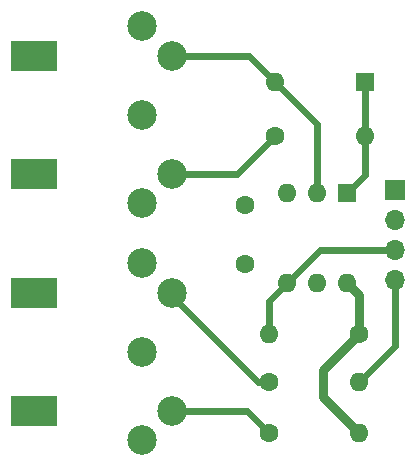
<source format=gbr>
%TF.GenerationSoftware,KiCad,Pcbnew,(6.0.5)*%
%TF.CreationDate,2022-08-17T10:56:12+01:00*%
%TF.ProjectId,MIDIModule3V3,4d494449-4d6f-4647-956c-653356332e6b,rev?*%
%TF.SameCoordinates,Original*%
%TF.FileFunction,Copper,L1,Top*%
%TF.FilePolarity,Positive*%
%FSLAX46Y46*%
G04 Gerber Fmt 4.6, Leading zero omitted, Abs format (unit mm)*
G04 Created by KiCad (PCBNEW (6.0.5)) date 2022-08-17 10:56:12*
%MOMM*%
%LPD*%
G01*
G04 APERTURE LIST*
%TA.AperFunction,ComponentPad*%
%ADD10O,1.600000X1.600000*%
%TD*%
%TA.AperFunction,ComponentPad*%
%ADD11R,1.600000X1.600000*%
%TD*%
%TA.AperFunction,ComponentPad*%
%ADD12C,1.600000*%
%TD*%
%TA.AperFunction,ComponentPad*%
%ADD13R,1.700000X1.700000*%
%TD*%
%TA.AperFunction,ComponentPad*%
%ADD14O,1.700000X1.700000*%
%TD*%
%TA.AperFunction,ComponentPad*%
%ADD15C,2.499360*%
%TD*%
%TA.AperFunction,WasherPad*%
%ADD16R,4.000000X2.500000*%
%TD*%
%TA.AperFunction,Conductor*%
%ADD17C,0.800000*%
%TD*%
%TA.AperFunction,Conductor*%
%ADD18C,0.600000*%
%TD*%
G04 APERTURE END LIST*
D10*
%TO.P,U1,6*%
%TO.N,+3V3*%
X137424000Y-88910000D03*
%TO.P,U1,5*%
%TO.N,GND*%
X134884000Y-88910000D03*
%TO.P,U1,4*%
%TO.N,Net-(J3-Pad3)*%
X132344000Y-88910000D03*
%TO.P,U1,3*%
%TO.N,unconnected-(U1-Pad3)*%
X132344000Y-81290000D03*
%TO.P,U1,2*%
%TO.N,Net-(D1-Pad2)*%
X134884000Y-81290000D03*
D11*
%TO.P,U1,1*%
%TO.N,Net-(D1-Pad1)*%
X137424000Y-81290000D03*
%TD*%
D12*
%TO.P,R4,1*%
%TO.N,+3V3*%
X138430000Y-93218000D03*
D10*
%TO.P,R4,2*%
%TO.N,Net-(J3-Pad3)*%
X130810000Y-93218000D03*
%TD*%
D12*
%TO.P,R3,1*%
%TO.N,Net-(J2-Pad5)*%
X130810000Y-97282000D03*
D10*
%TO.P,R3,2*%
%TO.N,Net-(J3-Pad4)*%
X138430000Y-97282000D03*
%TD*%
%TO.P,R2,2*%
%TO.N,+3V3*%
X138430000Y-101600000D03*
D12*
%TO.P,R2,1*%
%TO.N,Net-(J2-Pad4)*%
X130810000Y-101600000D03*
%TD*%
%TO.P,R1,1*%
%TO.N,Net-(J1-Pad4)*%
X131318000Y-76454000D03*
D10*
%TO.P,R1,2*%
%TO.N,Net-(D1-Pad1)*%
X138938000Y-76454000D03*
%TD*%
D13*
%TO.P,J3,1,Pin_1*%
%TO.N,GND*%
X141478000Y-81036000D03*
D14*
%TO.P,J3,2,Pin_2*%
%TO.N,+3V3*%
X141478000Y-83576000D03*
%TO.P,J3,3,Pin_3*%
%TO.N,Net-(J3-Pad3)*%
X141478000Y-86116000D03*
%TO.P,J3,4,Pin_4*%
%TO.N,Net-(J3-Pad4)*%
X141478000Y-88656000D03*
%TD*%
D15*
%TO.P,J2,3*%
%TO.N,unconnected-(J2-Pad3)*%
X120091200Y-87243920D03*
%TO.P,J2,4*%
%TO.N,Net-(J2-Pad4)*%
X122593100Y-99738180D03*
%TO.P,J2,2*%
%TO.N,GND*%
X120093740Y-94742000D03*
%TO.P,J2,1*%
%TO.N,unconnected-(J2-Pad1)*%
X120091200Y-102240080D03*
%TO.P,J2,5*%
%TO.N,Net-(J2-Pad5)*%
X122593100Y-89745820D03*
D16*
%TO.P,J2,*%
%TO.N,*%
X110896300Y-99743260D03*
X110896300Y-89740740D03*
%TD*%
D15*
%TO.P,J1,3*%
%TO.N,unconnected-(J1-Pad3)*%
X120091200Y-67177920D03*
%TO.P,J1,4*%
%TO.N,Net-(J1-Pad4)*%
X122593100Y-79672180D03*
%TO.P,J1,2*%
%TO.N,unconnected-(J1-Pad2)*%
X120093740Y-74676000D03*
%TO.P,J1,1*%
%TO.N,unconnected-(J1-Pad1)*%
X120091200Y-82174080D03*
%TO.P,J1,5*%
%TO.N,Net-(D1-Pad2)*%
X122593100Y-69679820D03*
D16*
%TO.P,J1,*%
%TO.N,*%
X110896300Y-79677260D03*
X110896300Y-69674740D03*
%TD*%
D11*
%TO.P,D1,1,K*%
%TO.N,Net-(D1-Pad1)*%
X138938000Y-71882000D03*
D10*
%TO.P,D1,2,A*%
%TO.N,Net-(D1-Pad2)*%
X131318000Y-71882000D03*
%TD*%
D12*
%TO.P,C1,2*%
%TO.N,GND*%
X128778000Y-82336000D03*
%TO.P,C1,1*%
%TO.N,+3V3*%
X128778000Y-87336000D03*
%TD*%
D17*
%TO.N,+3V3*%
X138430000Y-89916000D02*
X137424000Y-88910000D01*
X138430000Y-93218000D02*
X138430000Y-89916000D01*
D18*
%TO.N,Net-(D1-Pad1)*%
X138938000Y-79776000D02*
X137424000Y-81290000D01*
X138938000Y-76454000D02*
X138938000Y-79776000D01*
X138938000Y-71882000D02*
X138938000Y-76454000D01*
%TO.N,Net-(D1-Pad2)*%
X134884000Y-75448000D02*
X131318000Y-71882000D01*
X134884000Y-81290000D02*
X134884000Y-75448000D01*
%TO.N,Net-(J1-Pad4)*%
X128099820Y-79672180D02*
X131318000Y-76454000D01*
X122593100Y-79672180D02*
X128099820Y-79672180D01*
%TO.N,Net-(D1-Pad2)*%
X129115820Y-69679820D02*
X122593100Y-69679820D01*
X131318000Y-71882000D02*
X129115820Y-69679820D01*
%TO.N,Net-(J3-Pad4)*%
X141478000Y-94234000D02*
X141478000Y-88656000D01*
X138430000Y-97282000D02*
X141478000Y-94234000D01*
%TO.N,Net-(J3-Pad3)*%
X135138000Y-86116000D02*
X141478000Y-86116000D01*
X132344000Y-88910000D02*
X135138000Y-86116000D01*
X130810000Y-90444000D02*
X132344000Y-88910000D01*
X130810000Y-93218000D02*
X130810000Y-90444000D01*
D17*
%TO.N,+3V3*%
X135382000Y-98552000D02*
X138430000Y-101600000D01*
X138430000Y-93218000D02*
X135382000Y-96266000D01*
X135382000Y-96266000D02*
X135382000Y-98552000D01*
D18*
%TO.N,Net-(J2-Pad5)*%
X122339100Y-89745820D02*
X129875280Y-97282000D01*
X129875280Y-97282000D02*
X130810000Y-97282000D01*
%TO.N,Net-(J2-Pad4)*%
X128948180Y-99738180D02*
X130810000Y-101600000D01*
X122339100Y-99738180D02*
X128948180Y-99738180D01*
%TD*%
M02*

</source>
